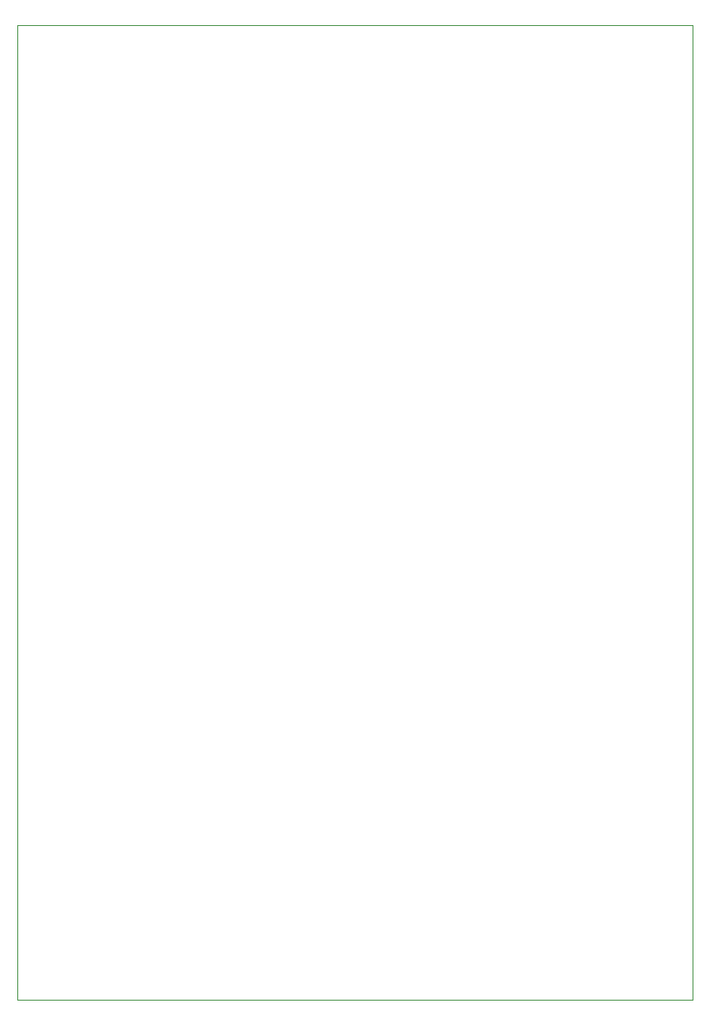
<source format=gbr>
G04 #@! TF.GenerationSoftware,KiCad,Pcbnew,5.1.4-e60b266~84~ubuntu18.04.1*
G04 #@! TF.CreationDate,2019-11-04T09:18:10-03:00*
G04 #@! TF.ProjectId,projetoDeee891,70726f6a-6574-46f4-9465-65653839312e,rev?*
G04 #@! TF.SameCoordinates,Original*
G04 #@! TF.FileFunction,Profile,NP*
%FSLAX46Y46*%
G04 Gerber Fmt 4.6, Leading zero omitted, Abs format (unit mm)*
G04 Created by KiCad (PCBNEW 5.1.4-e60b266~84~ubuntu18.04.1) date 2019-11-04 09:18:10*
%MOMM*%
%LPD*%
G04 APERTURE LIST*
%ADD10C,0.050000*%
G04 APERTURE END LIST*
D10*
X102235000Y-130175000D02*
X102870000Y-130175000D01*
X102235000Y-34925000D02*
X102235000Y-130175000D01*
X168275000Y-130175000D02*
X102870000Y-130175000D01*
X168275000Y-34925000D02*
X168275000Y-130175000D01*
X168275000Y-34925000D02*
X104775000Y-34925000D01*
X102235000Y-34925000D02*
X104775000Y-34925000D01*
M02*

</source>
